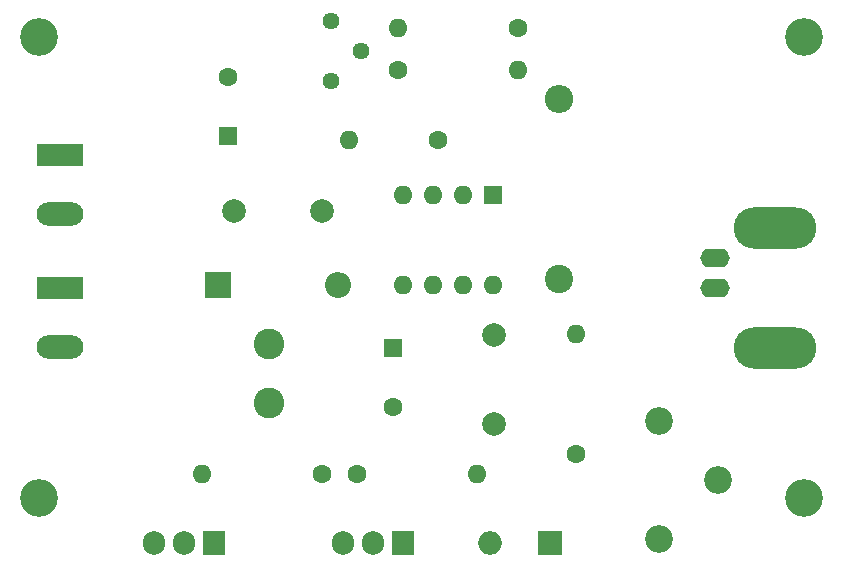
<source format=gbr>
G04 #@! TF.GenerationSoftware,KiCad,Pcbnew,(6.0.2)*
G04 #@! TF.CreationDate,2022-10-13T14:07:27+01:00*
G04 #@! TF.ProjectId,led_driver,6c65645f-6472-4697-9665-722e6b696361,rev?*
G04 #@! TF.SameCoordinates,Original*
G04 #@! TF.FileFunction,Soldermask,Top*
G04 #@! TF.FilePolarity,Negative*
%FSLAX46Y46*%
G04 Gerber Fmt 4.6, Leading zero omitted, Abs format (unit mm)*
G04 Created by KiCad (PCBNEW (6.0.2)) date 2022-10-13 14:07:27*
%MOMM*%
%LPD*%
G01*
G04 APERTURE LIST*
%ADD10C,1.600000*%
%ADD11O,1.600000X1.600000*%
%ADD12C,1.440000*%
%ADD13C,2.340000*%
%ADD14R,2.000000X2.000000*%
%ADD15O,2.000000X2.000000*%
%ADD16C,2.400000*%
%ADD17O,2.400000X2.400000*%
%ADD18R,1.905000X2.000000*%
%ADD19O,1.905000X2.000000*%
%ADD20C,2.000000*%
%ADD21R,1.600000X1.600000*%
%ADD22R,2.200000X2.200000*%
%ADD23O,2.200000X2.200000*%
%ADD24R,3.960000X1.980000*%
%ADD25O,3.960000X1.980000*%
%ADD26O,2.500000X1.600000*%
%ADD27O,7.000000X3.500000*%
%ADD28C,3.200000*%
%ADD29C,2.600000*%
G04 APERTURE END LIST*
D10*
X124750000Y-66750000D03*
D11*
X117250000Y-66750000D03*
D12*
X115750000Y-61750000D03*
X118290000Y-59210000D03*
X115750000Y-56670000D03*
D13*
X143500000Y-90500000D03*
X148500000Y-95500000D03*
X143500000Y-100500000D03*
D10*
X115000000Y-95000000D03*
D11*
X104840000Y-95000000D03*
D14*
X134290000Y-100805000D03*
D15*
X129210000Y-100805000D03*
D10*
X117920000Y-95000000D03*
D11*
X128080000Y-95000000D03*
D16*
X135000000Y-78500000D03*
D17*
X135000000Y-63260000D03*
D18*
X105790000Y-100805000D03*
D19*
X103250000Y-100805000D03*
X100710000Y-100805000D03*
D18*
X121790000Y-100805000D03*
D19*
X119250000Y-100805000D03*
X116710000Y-100805000D03*
D20*
X115000000Y-72750000D03*
X107500000Y-72750000D03*
D21*
X121000000Y-84347349D03*
D10*
X121000000Y-89347349D03*
D20*
X129500000Y-90750000D03*
X129500000Y-83250000D03*
D21*
X107000000Y-66402651D03*
D10*
X107000000Y-61402651D03*
D22*
X106170000Y-79000000D03*
D23*
X116330000Y-79000000D03*
D24*
X92750000Y-79235000D03*
D25*
X92750000Y-84235000D03*
D26*
X148200000Y-79250000D03*
D27*
X153280000Y-74170000D03*
X153280000Y-84330000D03*
D26*
X148200000Y-76710000D03*
D10*
X136500000Y-93330000D03*
D11*
X136500000Y-83170000D03*
D10*
X121420000Y-60750000D03*
D11*
X131580000Y-60750000D03*
D21*
X129438400Y-71360800D03*
D11*
X126898400Y-71360800D03*
X124358400Y-71360800D03*
X121818400Y-71360800D03*
X121818400Y-78980800D03*
X124358400Y-78980800D03*
X126898400Y-78980800D03*
X129438400Y-78980800D03*
D28*
X91000000Y-58000000D03*
X91000000Y-97000000D03*
D11*
X121420000Y-57250000D03*
D10*
X131580000Y-57250000D03*
D28*
X155800000Y-58000000D03*
D24*
X92750000Y-68000000D03*
D25*
X92750000Y-73000000D03*
D28*
X155800000Y-97000000D03*
D29*
X110500000Y-89000000D03*
X110500000Y-84000000D03*
M02*

</source>
